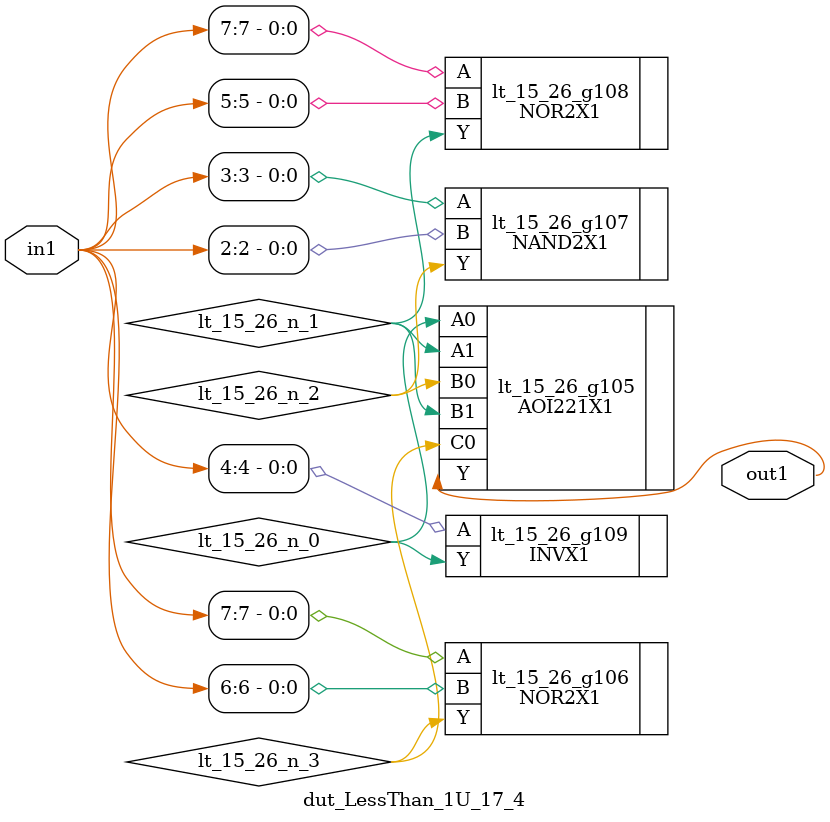
<source format=v>
`timescale 1ps / 1ps


module dut_LessThan_1U_17_4(in1, out1);
  input [7:0] in1;
  output out1;
  wire [7:0] in1;
  wire out1;
  wire lt_15_26_n_0, lt_15_26_n_1, lt_15_26_n_2, lt_15_26_n_3;
  AOI221X1 lt_15_26_g105(.A0 (lt_15_26_n_0), .A1 (lt_15_26_n_1), .B0
       (lt_15_26_n_2), .B1 (lt_15_26_n_1), .C0 (lt_15_26_n_3), .Y
       (out1));
  NOR2X1 lt_15_26_g106(.A (in1[7]), .B (in1[6]), .Y (lt_15_26_n_3));
  NAND2X1 lt_15_26_g107(.A (in1[3]), .B (in1[2]), .Y (lt_15_26_n_2));
  NOR2X1 lt_15_26_g108(.A (in1[7]), .B (in1[5]), .Y (lt_15_26_n_1));
  INVX1 lt_15_26_g109(.A (in1[4]), .Y (lt_15_26_n_0));
endmodule



</source>
